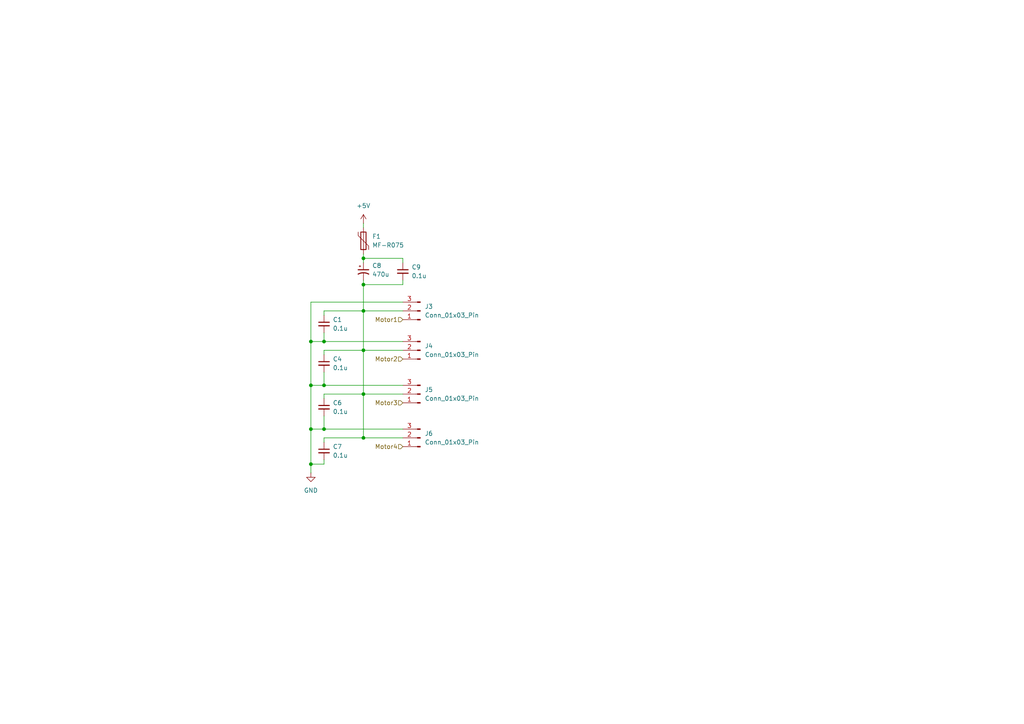
<source format=kicad_sch>
(kicad_sch (version 20250114) (generator "eeschema") (generator_version "9.0")
  (paper "A4")
  (lib_symbols
    (symbol "Connector:Conn_01x03_Pin" (pin_names (offset 1.016) (hide yes))
      (property "Reference" "J" (at 0 5.08 0))
      (property "Value" "Conn_01x03_Pin" (at 0 -5.08 0))
      (symbol "Conn_01x03_Pin_1_1"
        (rectangle (start 0.8636 2.667) (end 0 2.413) (stroke (width 0.1524)) (fill (type outline)))
        (rectangle (start 0.8636 0.127) (end 0 -0.127) (stroke (width 0.1524)) (fill (type outline)))
        (rectangle (start 0.8636 -2.413) (end 0 -2.667) (stroke (width 0.1524)) (fill (type outline)))
        (polyline (pts (xy 1.27 2.54) (xy 0.8636 2.54)) (stroke (width 0.1524)))
        (polyline (pts (xy 1.27 0) (xy 0.8636 0)) (stroke (width 0.1524)))
        (polyline (pts (xy 1.27 -2.54) (xy 0.8636 -2.54)) (stroke (width 0.1524)))
        (pin passive line (at 5.08 2.54 180) (length 3.81) (name "Pin_1") (number "1"))
        (pin passive line (at 5.08 0 180) (length 3.81) (name "Pin_2") (number "2"))
        (pin passive line (at 5.08 -2.54 180) (length 3.81) (name "Pin_3") (number "3"))
      )
    )
    (symbol "Device:C_Polarized_Small_US" (pin_numbers (hide yes)) (pin_names (offset 0.254) (hide yes))
      (property "Reference" "C" (at 0.254 1.778 0))
      (property "Value" "C_Polarized_Small_US" (at 0.254 -2.032 0))
      (symbol "C_Polarized_Small_US_0_1"
        (polyline (pts (xy -1.524 0.508) (xy 1.524 0.508)) (stroke (width 0.3048)))
        (polyline (pts (xy -1.27 1.524) (xy -0.762 1.524)))
        (polyline (pts (xy -1.016 1.27) (xy -1.016 1.778)))
        (arc (start -1.524 -0.762) (mid 0 -0.3734) (end 1.524 -0.762) (stroke (width 0.3048)))
      )
      (symbol "C_Polarized_Small_US_1_1"
        (pin passive line (at 0 2.54 270) (length 2.032) (name "~") (number "1"))
        (pin passive line (at 0 -2.54 90) (length 2.032) (name "~") (number "2"))
      )
    )
    (symbol "Device:C_Small" (pin_numbers (hide yes)) (pin_names (offset 0.254) (hide yes))
      (property "Reference" "C" (at 0.254 1.778 0))
      (property "Value" "C_Small" (at 0.254 -2.032 0))
      (symbol "C_Small_0_1"
        (polyline (pts (xy -1.524 0.508) (xy 1.524 0.508)) (stroke (width 0.3048)))
        (polyline (pts (xy -1.524 -0.508) (xy 1.524 -0.508)) (stroke (width 0.3302)))
      )
      (symbol "C_Small_1_1"
        (pin passive line (at 0 2.54 270) (length 2.032) (name "~") (number "1"))
        (pin passive line (at 0 -2.54 90) (length 2.032) (name "~") (number "2"))
      )
    )
    (symbol "Device:Polyfuse" (pin_numbers (hide yes)) (pin_names (offset 0))
      (property "Reference" "F" (at -2.54 0 90))
      (property "Value" "Polyfuse" (at 2.54 0 90))
      (symbol "Polyfuse_0_1"
        (polyline (pts (xy -1.524 2.54) (xy -1.524 1.524) (xy 1.524 -1.524) (xy 1.524 -2.54)))
        (rectangle (start -0.762 2.54) (end 0.762 -2.54) (stroke (width 0.254)))
        (polyline (pts (xy 0 2.54) (xy 0 -2.54)))
      )
      (symbol "Polyfuse_1_1"
        (pin passive line (at 0 3.81 270) (length 1.27) (name "~") (number "1"))
        (pin passive line (at 0 -3.81 90) (length 1.27) (name "~") (number "2"))
      )
    )
    (symbol "power:+6V" (power) (pin_numbers (hide yes)) (pin_names (offset 0) (hide yes))
      (property "Value" "+6V" (at 0 3.556 0))
      (symbol "+6V_0_1"
        (polyline (pts (xy -0.762 1.27) (xy 0 2.54)))
        (polyline (pts (xy 0 2.54) (xy 0.762 1.27)))
        (polyline (pts (xy 0 0) (xy 0 2.54)))
      )
      (symbol "+6V_1_1"
        (pin power_in line (at 0 0 90) (length 0) (name "~") (number "1"))
      )
    )
    (symbol "power:GND" (power) (pin_numbers (hide yes)) (pin_names (offset 0) (hide yes))
      (property "Value" "GND" (at 0 -3.81 0))
      (symbol "GND_0_1"
        (polyline (pts (xy 0 0) (xy 0 -1.27) (xy 1.27 -1.27) (xy 0 -2.54) (xy -1.27 -1.27) (xy 0 -1.27)))
      )
      (symbol "GND_1_1"
        (pin power_in line (at 0 0 270) (length 0) (name "~") (number "1"))
      )
    )
  )
  (junction (at 90.17 99.06))
  (junction (at 90.17 124.46))
  (junction (at 105.41 74.93))
  (junction (at 90.17 134.62))
  (junction (at 90.17 111.76))
  (junction (at 93.98 99.06))
  (junction (at 105.41 101.6))
  (junction (at 105.41 90.17))
  (junction (at 105.41 127))
  (junction (at 105.41 82.55))
  (junction (at 105.41 114.3))
  (junction (at 93.98 111.76))
  (junction (at 93.98 124.46))
  (wire (pts (xy 93.98 127) (xy 93.98 128.27)))
  (wire (pts (xy 105.41 64.77) (xy 105.41 66.04)))
  (wire (pts (xy 90.17 134.62) (xy 90.17 137.16)))
  (wire (pts (xy 105.41 114.3) (xy 116.84 114.3)))
  (wire (pts (xy 90.17 111.76) (xy 90.17 124.46)))
  (wire (pts (xy 93.98 114.3) (xy 105.41 114.3)))
  (wire (pts (xy 93.98 111.76) (xy 116.84 111.76)))
  (wire (pts (xy 90.17 87.63) (xy 116.84 87.63)))
  (wire (pts (xy 105.41 127) (xy 116.84 127)))
  (wire (pts (xy 93.98 90.17) (xy 93.98 91.44)))
  (wire (pts (xy 93.98 90.17) (xy 105.41 90.17)))
  (wire (pts (xy 93.98 99.06) (xy 116.84 99.06)))
  (wire (pts (xy 93.98 114.3) (xy 93.98 115.57)))
  (wire (pts (xy 105.41 82.55) (xy 116.84 82.55)))
  (wire (pts (xy 90.17 124.46) (xy 93.98 124.46)))
  (wire (pts (xy 93.98 127) (xy 105.41 127)))
  (wire (pts (xy 93.98 101.6) (xy 93.98 102.87)))
  (wire (pts (xy 90.17 87.63) (xy 90.17 99.06)))
  (wire (pts (xy 105.41 101.6) (xy 105.41 114.3)))
  (wire (pts (xy 105.41 74.93) (xy 105.41 76.2)))
  (wire (pts (xy 93.98 107.95) (xy 93.98 111.76)))
  (wire (pts (xy 90.17 99.06) (xy 93.98 99.06)))
  (wire (pts (xy 93.98 134.62) (xy 90.17 134.62)))
  (wire (pts (xy 90.17 111.76) (xy 93.98 111.76)))
  (wire (pts (xy 105.41 82.55) (xy 105.41 90.17)))
  (wire (pts (xy 90.17 99.06) (xy 90.17 111.76)))
  (wire (pts (xy 93.98 101.6) (xy 105.41 101.6)))
  (wire (pts (xy 116.84 74.93) (xy 116.84 76.2)))
  (wire (pts (xy 93.98 120.65) (xy 93.98 124.46)))
  (wire (pts (xy 105.41 114.3) (xy 105.41 127)))
  (wire (pts (xy 105.41 90.17) (xy 105.41 101.6)))
  (wire (pts (xy 105.41 81.28) (xy 105.41 82.55)))
  (wire (pts (xy 116.84 82.55) (xy 116.84 81.28)))
  (wire (pts (xy 105.41 90.17) (xy 116.84 90.17)))
  (wire (pts (xy 105.41 101.6) (xy 116.84 101.6)))
  (wire (pts (xy 90.17 124.46) (xy 90.17 134.62)))
  (wire (pts (xy 105.41 74.93) (xy 116.84 74.93)))
  (wire (pts (xy 105.41 73.66) (xy 105.41 74.93)))
  (wire (pts (xy 93.98 124.46) (xy 116.84 124.46)))
  (wire (pts (xy 93.98 96.52) (xy 93.98 99.06)))
  (wire (pts (xy 93.98 133.35) (xy 93.98 134.62)))
  (hierarchical_label "Motor3" (shape input) (at 116.84 116.84 180))
  (hierarchical_label "Motor4" (shape input) (at 116.84 129.54 180))
  (hierarchical_label "Motor2" (shape input) (at 116.84 104.14 180))
  (hierarchical_label "Motor1" (shape input) (at 116.84 92.71 180))
  (symbol (lib_id "Device:C_Polarized_Small_US") (at 105.41 78.74 0) (unit 1)
    (property "Reference" "C8" (at 107.95 77.0381 0) (effects (justify left)))
    (property "Value" "470u" (at 107.95 79.5781 0) (effects (justify left)))
    (property "Description" "Polarized capacitor, small US symbol" (effects (hide yes)))
  )
  (symbol (lib_id "Connector:Conn_01x03_Pin") (at 121.92 101.6 180) (unit 1)
    (property "Reference" "J4" (at 123.19 100.3299 0) (effects (justify right)))
    (property "Value" "Conn_01x03_Pin" (at 123.19 102.8699 0) (effects (justify right)))
    (property "Footprint" "Connector_PinSocket_2.54mm:PinSocket_1x03_P2.54mm_Vertical" (effects (hide yes)))
    (property "Description" "Generic connector, single row, 01x03, script generated" (effects (hide yes)))
  )
  (symbol (lib_id "Device:Polyfuse") (at 105.41 69.85 0) (unit 1)
    (property "Reference" "F1" (at 107.95 68.5799 0) (effects (justify left)))
    (property "Value" "MF-R075" (at 107.95 71.1199 0) (effects (justify left)))
    (property "Description" "Resettable fuse, polymeric positive temperature coefficient" (effects (hide yes)))
  )
  (symbol (lib_id "Connector:Conn_01x03_Pin") (at 121.92 127 180) (unit 1)
    (property "Reference" "J6" (at 123.19 125.7299 0) (effects (justify right)))
    (property "Value" "Conn_01x03_Pin" (at 123.19 128.2699 0) (effects (justify right)))
    (property "Footprint" "Connector_PinSocket_2.54mm:PinSocket_1x03_P2.54mm_Vertical" (effects (hide yes)))
    (property "Description" "Generic connector, single row, 01x03, script generated" (effects (hide yes)))
  )
  (symbol (lib_id "Connector:Conn_01x03_Pin") (at 121.92 114.3 180) (unit 1)
    (property "Reference" "J5" (at 123.19 113.0299 0) (effects (justify right)))
    (property "Value" "Conn_01x03_Pin" (at 123.19 115.5699 0) (effects (justify right)))
    (property "Footprint" "Connector_PinSocket_2.54mm:PinSocket_1x03_P2.54mm_Vertical" (effects (hide yes)))
    (property "Description" "Generic connector, single row, 01x03, script generated" (effects (hide yes)))
  )
  (symbol (lib_id "Device:C_Small") (at 93.98 118.11 0) (unit 1)
    (property "Reference" "C6" (at 96.52 116.8462 0) (effects (justify left)))
    (property "Value" "0.1u" (at 96.52 119.3862 0) (effects (justify left)))
    (property "Description" "Unpolarized capacitor, small symbol" (effects (hide yes)))
  )
  (symbol (lib_id "Device:C_Small") (at 93.98 105.41 0) (unit 1)
    (property "Reference" "C4" (at 96.52 104.1462 0) (effects (justify left)))
    (property "Value" "0.1u" (at 96.52 106.6862 0) (effects (justify left)))
    (property "Description" "Unpolarized capacitor, small symbol" (effects (hide yes)))
  )
  (symbol (lib_id "Device:C_Small") (at 116.84 78.74 0) (unit 1)
    (property "Reference" "C9" (at 119.38 77.4762 0) (effects (justify left)))
    (property "Value" "0.1u" (at 119.38 80.0162 0) (effects (justify left)))
    (property "Description" "Unpolarized capacitor, small symbol" (effects (hide yes)))
  )
  (symbol (lib_id "power:GND") (at 90.17 137.16 0) (unit 1)
    (property "Reference" "#PWR03" (effects (hide yes)))
    (property "Value" "GND" (at 90.17 142.24 0))
    (property "Description" "Power symbol creates a global label with name \"GND\" , ground" (effects (hide yes)))
  )
  (symbol (lib_id "power:+6V") (at 105.41 64.77 0) (unit 1)
    (property "Reference" "#PWR023" (effects (hide yes)))
    (property "Value" "+5V" (at 105.41 59.69 0))
    (property "Description" "Power symbol creates a global label with name \"+6V\"" (effects (hide yes)))
  )
  (symbol (lib_id "Device:C_Small") (at 93.98 93.98 0) (unit 1)
    (property "Reference" "C1" (at 96.52 92.7162 0) (effects (justify left)))
    (property "Value" "0.1u" (at 96.52 95.2562 0) (effects (justify left)))
    (property "Description" "Unpolarized capacitor, small symbol" (effects (hide yes)))
  )
  (symbol (lib_id "Device:C_Small") (at 93.98 130.81 0) (unit 1)
    (property "Reference" "C7" (at 96.52 129.5462 0) (effects (justify left)))
    (property "Value" "0.1u" (at 96.52 132.0862 0) (effects (justify left)))
    (property "Description" "Unpolarized capacitor, small symbol" (effects (hide yes)))
  )
  (symbol (lib_id "Connector:Conn_01x03_Pin") (at 121.92 90.17 180) (unit 1)
    (property "Reference" "J3" (at 123.19 88.8999 0) (effects (justify right)))
    (property "Value" "Conn_01x03_Pin" (at 123.19 91.4399 0) (effects (justify right)))
    (property "Footprint" "Connector_PinSocket_2.54mm:PinSocket_1x03_P2.54mm_Vertical" (effects (hide yes)))
    (property "Description" "Generic connector, single row, 01x03, script generated" (effects (hide yes)))
  )
)
</source>
